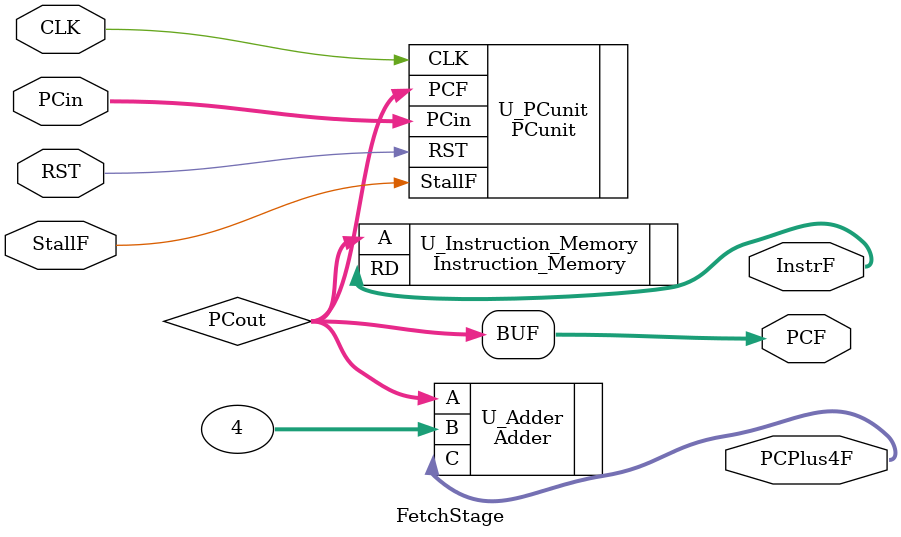
<source format=v>
module FetchStage (
    input  wire             CLK,
    input  wire             RST,
    input  wire             StallF, 
    input  wire [31:0]      PCin,
    output wire [31:0]      PCPlus4F,
    output wire [31:0]      InstrF,
    output wire [31:0]      PCF        // Added PC output
);

    wire [31:0] PCout;

    PCunit U_PCunit (
        .CLK(CLK), 
        .RST(RST), 
        .StallF(StallF), 
        .PCin(PCin),
        .PCF(PCout)
    );

    Instruction_Memory U_Instruction_Memory (
        .A(PCout),
        .RD(InstrF)
    );

    Adder U_Adder (
        .A(PCout),
        .B(32'd4),
        .C(PCPlus4F)
    );

    assign PCF = PCout;                // Output current PC to Decode stage

endmodule

</source>
